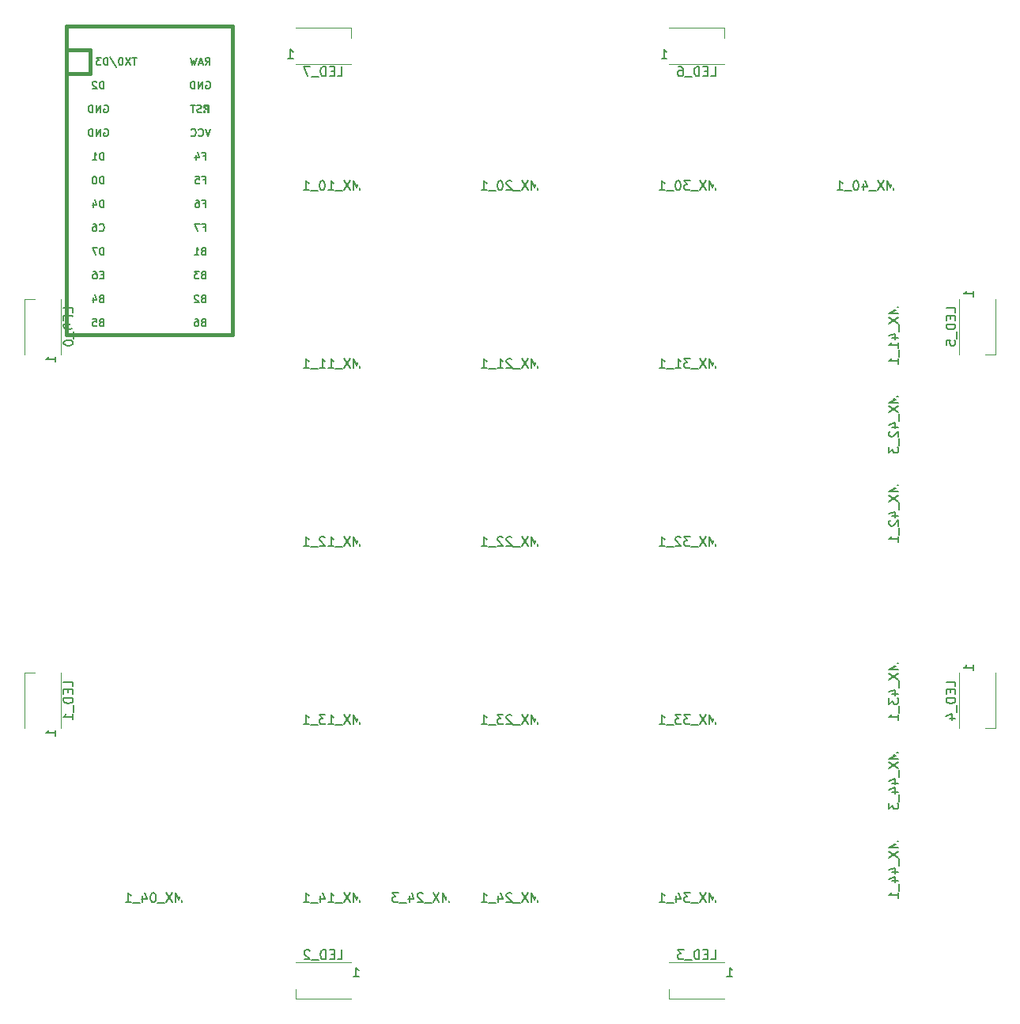
<source format=gbo>
G04 #@! TF.GenerationSoftware,KiCad,Pcbnew,5.99.0+really5.1.10+dfsg1-1*
G04 #@! TF.CreationDate,2021-06-09T13:14:23-04:00*
G04 #@! TF.ProjectId,fake_duck,66616b65-5f64-4756-936b-2e6b69636164,rev?*
G04 #@! TF.SameCoordinates,Original*
G04 #@! TF.FileFunction,Legend,Bot*
G04 #@! TF.FilePolarity,Positive*
%FSLAX46Y46*%
G04 Gerber Fmt 4.6, Leading zero omitted, Abs format (unit mm)*
G04 Created by KiCad (PCBNEW 5.99.0+really5.1.10+dfsg1-1) date 2021-06-09 13:14:23*
%MOMM*%
%LPD*%
G01*
G04 APERTURE LIST*
%ADD10C,0.120000*%
%ADD11C,0.381000*%
%ADD12C,0.150000*%
%ADD13R,2.500000X2.550000*%
%ADD14C,1.750000*%
%ADD15C,3.000000*%
%ADD16C,3.987800*%
%ADD17R,2.550000X2.500000*%
%ADD18O,1.700000X1.700000*%
%ADD19C,2.250000*%
%ADD20C,3.048000*%
%ADD21R,1.600000X0.850000*%
%ADD22R,0.850000X1.600000*%
%ADD23R,2.000000X2.000000*%
%ADD24C,2.000000*%
%ADD25C,1.752600*%
%ADD26R,2.000000X3.200000*%
G04 APERTURE END LIST*
D10*
X32050000Y-6950000D02*
X37950000Y-6950000D01*
X32050000Y-3050000D02*
X37950000Y-3050000D01*
X37950000Y-3050000D02*
X37950000Y-4125000D01*
X72050000Y-6950000D02*
X77950000Y-6950000D01*
X72050000Y-3050000D02*
X77950000Y-3050000D01*
X77950000Y-3050000D02*
X77950000Y-4125000D01*
X103050000Y-32050000D02*
X103050000Y-37950000D01*
X106950000Y-32050000D02*
X106950000Y-37950000D01*
X106950000Y-37950000D02*
X105875000Y-37950000D01*
X103050000Y-72050000D02*
X103050000Y-77950000D01*
X106950000Y-72050000D02*
X106950000Y-77950000D01*
X106950000Y-77950000D02*
X105875000Y-77950000D01*
X77950000Y-103050000D02*
X72050000Y-103050000D01*
X77950000Y-106950000D02*
X72050000Y-106950000D01*
X72050000Y-106950000D02*
X72050000Y-105875000D01*
X37950000Y-103050000D02*
X32050000Y-103050000D01*
X37950000Y-106950000D02*
X32050000Y-106950000D01*
X32050000Y-106950000D02*
X32050000Y-105875000D01*
X6950000Y-77950000D02*
X6950000Y-72050000D01*
X3050000Y-77950000D02*
X3050000Y-72050000D01*
X3050000Y-72050000D02*
X4125000Y-72050000D01*
X6950000Y-37950000D02*
X6950000Y-32050000D01*
X3050000Y-37950000D02*
X3050000Y-32050000D01*
X3050000Y-32050000D02*
X4125000Y-32050000D01*
D11*
X10033000Y-5397500D02*
X7493000Y-5397500D01*
X25273000Y-2857500D02*
X7493000Y-2857500D01*
X7493000Y-2857500D02*
X7493000Y-35877500D01*
X7493000Y-35877500D02*
X25273000Y-35877500D01*
X25273000Y-35877500D02*
X25273000Y-2857500D01*
D12*
G36*
X22227635Y-11286530D02*
G01*
X22227635Y-11386530D01*
X22727635Y-11386530D01*
X22727635Y-11286530D01*
X22227635Y-11286530D01*
G37*
X22227635Y-11286530D02*
X22227635Y-11386530D01*
X22727635Y-11386530D01*
X22727635Y-11286530D01*
X22227635Y-11286530D01*
G36*
X22227635Y-11286530D02*
G01*
X22227635Y-11586530D01*
X22327635Y-11586530D01*
X22327635Y-11286530D01*
X22227635Y-11286530D01*
G37*
X22227635Y-11286530D02*
X22227635Y-11586530D01*
X22327635Y-11586530D01*
X22327635Y-11286530D01*
X22227635Y-11286530D01*
G36*
X22227635Y-11886530D02*
G01*
X22227635Y-12086530D01*
X22327635Y-12086530D01*
X22327635Y-11886530D01*
X22227635Y-11886530D01*
G37*
X22227635Y-11886530D02*
X22227635Y-12086530D01*
X22327635Y-12086530D01*
X22327635Y-11886530D01*
X22227635Y-11886530D01*
G36*
X22627635Y-11286530D02*
G01*
X22627635Y-12086530D01*
X22727635Y-12086530D01*
X22727635Y-11286530D01*
X22627635Y-11286530D01*
G37*
X22627635Y-11286530D02*
X22627635Y-12086530D01*
X22727635Y-12086530D01*
X22727635Y-11286530D01*
X22627635Y-11286530D01*
G36*
X22427635Y-11686530D02*
G01*
X22427635Y-11786530D01*
X22527635Y-11786530D01*
X22527635Y-11686530D01*
X22427635Y-11686530D01*
G37*
X22427635Y-11686530D02*
X22427635Y-11786530D01*
X22527635Y-11786530D01*
X22527635Y-11686530D01*
X22427635Y-11686530D01*
D11*
X10033000Y-5397500D02*
X10033000Y-7937500D01*
X10033000Y-7937500D02*
X7493000Y-7937500D01*
D12*
X96591380Y-80566000D02*
X95591380Y-80566000D01*
X96305666Y-80899333D01*
X95591380Y-81232666D01*
X96591380Y-81232666D01*
X95591380Y-81613619D02*
X96591380Y-82280285D01*
X95591380Y-82280285D02*
X96591380Y-81613619D01*
X96686619Y-82423142D02*
X96686619Y-83185047D01*
X95924714Y-83851714D02*
X96591380Y-83851714D01*
X95543761Y-83613619D02*
X96258047Y-83375523D01*
X96258047Y-83994571D01*
X95924714Y-84804095D02*
X96591380Y-84804095D01*
X95543761Y-84566000D02*
X96258047Y-84327904D01*
X96258047Y-84946952D01*
X96686619Y-85089809D02*
X96686619Y-85851714D01*
X95591380Y-85994571D02*
X95591380Y-86613619D01*
X95972333Y-86280285D01*
X95972333Y-86423142D01*
X96019952Y-86518380D01*
X96067571Y-86566000D01*
X96162809Y-86613619D01*
X96400904Y-86613619D01*
X96496142Y-86566000D01*
X96543761Y-86518380D01*
X96591380Y-86423142D01*
X96591380Y-86137428D01*
X96543761Y-86042190D01*
X96496142Y-85994571D01*
X48466000Y-96591380D02*
X48466000Y-95591380D01*
X48132666Y-96305666D01*
X47799333Y-95591380D01*
X47799333Y-96591380D01*
X47418380Y-95591380D02*
X46751714Y-96591380D01*
X46751714Y-95591380D02*
X47418380Y-96591380D01*
X46608857Y-96686619D02*
X45846952Y-96686619D01*
X45656476Y-95686619D02*
X45608857Y-95639000D01*
X45513619Y-95591380D01*
X45275523Y-95591380D01*
X45180285Y-95639000D01*
X45132666Y-95686619D01*
X45085047Y-95781857D01*
X45085047Y-95877095D01*
X45132666Y-96019952D01*
X45704095Y-96591380D01*
X45085047Y-96591380D01*
X44227904Y-95924714D02*
X44227904Y-96591380D01*
X44466000Y-95543761D02*
X44704095Y-96258047D01*
X44085047Y-96258047D01*
X43942190Y-96686619D02*
X43180285Y-96686619D01*
X43037428Y-95591380D02*
X42418380Y-95591380D01*
X42751714Y-95972333D01*
X42608857Y-95972333D01*
X42513619Y-96019952D01*
X42466000Y-96067571D01*
X42418380Y-96162809D01*
X42418380Y-96400904D01*
X42466000Y-96496142D01*
X42513619Y-96543761D01*
X42608857Y-96591380D01*
X42894571Y-96591380D01*
X42989809Y-96543761D01*
X43037428Y-96496142D01*
X96591380Y-42466000D02*
X95591380Y-42466000D01*
X96305666Y-42799333D01*
X95591380Y-43132666D01*
X96591380Y-43132666D01*
X95591380Y-43513619D02*
X96591380Y-44180285D01*
X95591380Y-44180285D02*
X96591380Y-43513619D01*
X96686619Y-44323142D02*
X96686619Y-45085047D01*
X95924714Y-45751714D02*
X96591380Y-45751714D01*
X95543761Y-45513619D02*
X96258047Y-45275523D01*
X96258047Y-45894571D01*
X95686619Y-46227904D02*
X95639000Y-46275523D01*
X95591380Y-46370761D01*
X95591380Y-46608857D01*
X95639000Y-46704095D01*
X95686619Y-46751714D01*
X95781857Y-46799333D01*
X95877095Y-46799333D01*
X96019952Y-46751714D01*
X96591380Y-46180285D01*
X96591380Y-46799333D01*
X96686619Y-46989809D02*
X96686619Y-47751714D01*
X95591380Y-47894571D02*
X95591380Y-48513619D01*
X95972333Y-48180285D01*
X95972333Y-48323142D01*
X96019952Y-48418380D01*
X96067571Y-48466000D01*
X96162809Y-48513619D01*
X96400904Y-48513619D01*
X96496142Y-48466000D01*
X96543761Y-48418380D01*
X96591380Y-48323142D01*
X96591380Y-48037428D01*
X96543761Y-47942190D01*
X96496142Y-47894571D01*
X96091000Y-20391380D02*
X96091000Y-19391380D01*
X95757666Y-20105666D01*
X95424333Y-19391380D01*
X95424333Y-20391380D01*
X95043380Y-19391380D02*
X94376714Y-20391380D01*
X94376714Y-19391380D02*
X95043380Y-20391380D01*
X94233857Y-20486619D02*
X93471952Y-20486619D01*
X92805285Y-19724714D02*
X92805285Y-20391380D01*
X93043380Y-19343761D02*
X93281476Y-20058047D01*
X92662428Y-20058047D01*
X92091000Y-19391380D02*
X91995761Y-19391380D01*
X91900523Y-19439000D01*
X91852904Y-19486619D01*
X91805285Y-19581857D01*
X91757666Y-19772333D01*
X91757666Y-20010428D01*
X91805285Y-20200904D01*
X91852904Y-20296142D01*
X91900523Y-20343761D01*
X91995761Y-20391380D01*
X92091000Y-20391380D01*
X92186238Y-20343761D01*
X92233857Y-20296142D01*
X92281476Y-20200904D01*
X92329095Y-20010428D01*
X92329095Y-19772333D01*
X92281476Y-19581857D01*
X92233857Y-19486619D01*
X92186238Y-19439000D01*
X92091000Y-19391380D01*
X91567190Y-20486619D02*
X90805285Y-20486619D01*
X90043380Y-20391380D02*
X90614809Y-20391380D01*
X90329095Y-20391380D02*
X90329095Y-19391380D01*
X90424333Y-19534238D01*
X90519571Y-19629476D01*
X90614809Y-19677095D01*
X77041000Y-20391380D02*
X77041000Y-19391380D01*
X76707666Y-20105666D01*
X76374333Y-19391380D01*
X76374333Y-20391380D01*
X75993380Y-19391380D02*
X75326714Y-20391380D01*
X75326714Y-19391380D02*
X75993380Y-20391380D01*
X75183857Y-20486619D02*
X74421952Y-20486619D01*
X74279095Y-19391380D02*
X73660047Y-19391380D01*
X73993380Y-19772333D01*
X73850523Y-19772333D01*
X73755285Y-19819952D01*
X73707666Y-19867571D01*
X73660047Y-19962809D01*
X73660047Y-20200904D01*
X73707666Y-20296142D01*
X73755285Y-20343761D01*
X73850523Y-20391380D01*
X74136238Y-20391380D01*
X74231476Y-20343761D01*
X74279095Y-20296142D01*
X73041000Y-19391380D02*
X72945761Y-19391380D01*
X72850523Y-19439000D01*
X72802904Y-19486619D01*
X72755285Y-19581857D01*
X72707666Y-19772333D01*
X72707666Y-20010428D01*
X72755285Y-20200904D01*
X72802904Y-20296142D01*
X72850523Y-20343761D01*
X72945761Y-20391380D01*
X73041000Y-20391380D01*
X73136238Y-20343761D01*
X73183857Y-20296142D01*
X73231476Y-20200904D01*
X73279095Y-20010428D01*
X73279095Y-19772333D01*
X73231476Y-19581857D01*
X73183857Y-19486619D01*
X73136238Y-19439000D01*
X73041000Y-19391380D01*
X72517190Y-20486619D02*
X71755285Y-20486619D01*
X70993380Y-20391380D02*
X71564809Y-20391380D01*
X71279095Y-20391380D02*
X71279095Y-19391380D01*
X71374333Y-19534238D01*
X71469571Y-19629476D01*
X71564809Y-19677095D01*
X57991000Y-20391380D02*
X57991000Y-19391380D01*
X57657666Y-20105666D01*
X57324333Y-19391380D01*
X57324333Y-20391380D01*
X56943380Y-19391380D02*
X56276714Y-20391380D01*
X56276714Y-19391380D02*
X56943380Y-20391380D01*
X56133857Y-20486619D02*
X55371952Y-20486619D01*
X55181476Y-19486619D02*
X55133857Y-19439000D01*
X55038619Y-19391380D01*
X54800523Y-19391380D01*
X54705285Y-19439000D01*
X54657666Y-19486619D01*
X54610047Y-19581857D01*
X54610047Y-19677095D01*
X54657666Y-19819952D01*
X55229095Y-20391380D01*
X54610047Y-20391380D01*
X53991000Y-19391380D02*
X53895761Y-19391380D01*
X53800523Y-19439000D01*
X53752904Y-19486619D01*
X53705285Y-19581857D01*
X53657666Y-19772333D01*
X53657666Y-20010428D01*
X53705285Y-20200904D01*
X53752904Y-20296142D01*
X53800523Y-20343761D01*
X53895761Y-20391380D01*
X53991000Y-20391380D01*
X54086238Y-20343761D01*
X54133857Y-20296142D01*
X54181476Y-20200904D01*
X54229095Y-20010428D01*
X54229095Y-19772333D01*
X54181476Y-19581857D01*
X54133857Y-19486619D01*
X54086238Y-19439000D01*
X53991000Y-19391380D01*
X53467190Y-20486619D02*
X52705285Y-20486619D01*
X51943380Y-20391380D02*
X52514809Y-20391380D01*
X52229095Y-20391380D02*
X52229095Y-19391380D01*
X52324333Y-19534238D01*
X52419571Y-19629476D01*
X52514809Y-19677095D01*
X38941000Y-20391380D02*
X38941000Y-19391380D01*
X38607666Y-20105666D01*
X38274333Y-19391380D01*
X38274333Y-20391380D01*
X37893380Y-19391380D02*
X37226714Y-20391380D01*
X37226714Y-19391380D02*
X37893380Y-20391380D01*
X37083857Y-20486619D02*
X36321952Y-20486619D01*
X35560047Y-20391380D02*
X36131476Y-20391380D01*
X35845761Y-20391380D02*
X35845761Y-19391380D01*
X35941000Y-19534238D01*
X36036238Y-19629476D01*
X36131476Y-19677095D01*
X34941000Y-19391380D02*
X34845761Y-19391380D01*
X34750523Y-19439000D01*
X34702904Y-19486619D01*
X34655285Y-19581857D01*
X34607666Y-19772333D01*
X34607666Y-20010428D01*
X34655285Y-20200904D01*
X34702904Y-20296142D01*
X34750523Y-20343761D01*
X34845761Y-20391380D01*
X34941000Y-20391380D01*
X35036238Y-20343761D01*
X35083857Y-20296142D01*
X35131476Y-20200904D01*
X35179095Y-20010428D01*
X35179095Y-19772333D01*
X35131476Y-19581857D01*
X35083857Y-19486619D01*
X35036238Y-19439000D01*
X34941000Y-19391380D01*
X34417190Y-20486619D02*
X33655285Y-20486619D01*
X32893380Y-20391380D02*
X33464809Y-20391380D01*
X33179095Y-20391380D02*
X33179095Y-19391380D01*
X33274333Y-19534238D01*
X33369571Y-19629476D01*
X33464809Y-19677095D01*
X19891000Y-96591380D02*
X19891000Y-95591380D01*
X19557666Y-96305666D01*
X19224333Y-95591380D01*
X19224333Y-96591380D01*
X18843380Y-95591380D02*
X18176714Y-96591380D01*
X18176714Y-95591380D02*
X18843380Y-96591380D01*
X18033857Y-96686619D02*
X17271952Y-96686619D01*
X16843380Y-95591380D02*
X16748142Y-95591380D01*
X16652904Y-95639000D01*
X16605285Y-95686619D01*
X16557666Y-95781857D01*
X16510047Y-95972333D01*
X16510047Y-96210428D01*
X16557666Y-96400904D01*
X16605285Y-96496142D01*
X16652904Y-96543761D01*
X16748142Y-96591380D01*
X16843380Y-96591380D01*
X16938619Y-96543761D01*
X16986238Y-96496142D01*
X17033857Y-96400904D01*
X17081476Y-96210428D01*
X17081476Y-95972333D01*
X17033857Y-95781857D01*
X16986238Y-95686619D01*
X16938619Y-95639000D01*
X16843380Y-95591380D01*
X15652904Y-95924714D02*
X15652904Y-96591380D01*
X15891000Y-95543761D02*
X16129095Y-96258047D01*
X15510047Y-96258047D01*
X15367190Y-96686619D02*
X14605285Y-96686619D01*
X13843380Y-96591380D02*
X14414809Y-96591380D01*
X14129095Y-96591380D02*
X14129095Y-95591380D01*
X14224333Y-95734238D01*
X14319571Y-95829476D01*
X14414809Y-95877095D01*
X36500000Y-8202380D02*
X36976190Y-8202380D01*
X36976190Y-7202380D01*
X36166666Y-7678571D02*
X35833333Y-7678571D01*
X35690476Y-8202380D02*
X36166666Y-8202380D01*
X36166666Y-7202380D01*
X35690476Y-7202380D01*
X35261904Y-8202380D02*
X35261904Y-7202380D01*
X35023809Y-7202380D01*
X34880952Y-7250000D01*
X34785714Y-7345238D01*
X34738095Y-7440476D01*
X34690476Y-7630952D01*
X34690476Y-7773809D01*
X34738095Y-7964285D01*
X34785714Y-8059523D01*
X34880952Y-8154761D01*
X35023809Y-8202380D01*
X35261904Y-8202380D01*
X34500000Y-8297619D02*
X33738095Y-8297619D01*
X33595238Y-7202380D02*
X32928571Y-7202380D01*
X33357142Y-8202380D01*
X31214285Y-6327380D02*
X31785714Y-6327380D01*
X31500000Y-6327380D02*
X31500000Y-5327380D01*
X31595238Y-5470238D01*
X31690476Y-5565476D01*
X31785714Y-5613095D01*
X76500000Y-8202380D02*
X76976190Y-8202380D01*
X76976190Y-7202380D01*
X76166666Y-7678571D02*
X75833333Y-7678571D01*
X75690476Y-8202380D02*
X76166666Y-8202380D01*
X76166666Y-7202380D01*
X75690476Y-7202380D01*
X75261904Y-8202380D02*
X75261904Y-7202380D01*
X75023809Y-7202380D01*
X74880952Y-7250000D01*
X74785714Y-7345238D01*
X74738095Y-7440476D01*
X74690476Y-7630952D01*
X74690476Y-7773809D01*
X74738095Y-7964285D01*
X74785714Y-8059523D01*
X74880952Y-8154761D01*
X75023809Y-8202380D01*
X75261904Y-8202380D01*
X74500000Y-8297619D02*
X73738095Y-8297619D01*
X73071428Y-7202380D02*
X73261904Y-7202380D01*
X73357142Y-7250000D01*
X73404761Y-7297619D01*
X73500000Y-7440476D01*
X73547619Y-7630952D01*
X73547619Y-8011904D01*
X73500000Y-8107142D01*
X73452380Y-8154761D01*
X73357142Y-8202380D01*
X73166666Y-8202380D01*
X73071428Y-8154761D01*
X73023809Y-8107142D01*
X72976190Y-8011904D01*
X72976190Y-7773809D01*
X73023809Y-7678571D01*
X73071428Y-7630952D01*
X73166666Y-7583333D01*
X73357142Y-7583333D01*
X73452380Y-7630952D01*
X73500000Y-7678571D01*
X73547619Y-7773809D01*
X71214285Y-6327380D02*
X71785714Y-6327380D01*
X71500000Y-6327380D02*
X71500000Y-5327380D01*
X71595238Y-5470238D01*
X71690476Y-5565476D01*
X71785714Y-5613095D01*
X102702380Y-33500000D02*
X102702380Y-33023809D01*
X101702380Y-33023809D01*
X102178571Y-33833333D02*
X102178571Y-34166666D01*
X102702380Y-34309523D02*
X102702380Y-33833333D01*
X101702380Y-33833333D01*
X101702380Y-34309523D01*
X102702380Y-34738095D02*
X101702380Y-34738095D01*
X101702380Y-34976190D01*
X101750000Y-35119047D01*
X101845238Y-35214285D01*
X101940476Y-35261904D01*
X102130952Y-35309523D01*
X102273809Y-35309523D01*
X102464285Y-35261904D01*
X102559523Y-35214285D01*
X102654761Y-35119047D01*
X102702380Y-34976190D01*
X102702380Y-34738095D01*
X102797619Y-35500000D02*
X102797619Y-36261904D01*
X101702380Y-36976190D02*
X101702380Y-36500000D01*
X102178571Y-36452380D01*
X102130952Y-36500000D01*
X102083333Y-36595238D01*
X102083333Y-36833333D01*
X102130952Y-36928571D01*
X102178571Y-36976190D01*
X102273809Y-37023809D01*
X102511904Y-37023809D01*
X102607142Y-36976190D01*
X102654761Y-36928571D01*
X102702380Y-36833333D01*
X102702380Y-36595238D01*
X102654761Y-36500000D01*
X102607142Y-36452380D01*
X104577380Y-31785714D02*
X104577380Y-31214285D01*
X104577380Y-31500000D02*
X103577380Y-31500000D01*
X103720238Y-31404761D01*
X103815476Y-31309523D01*
X103863095Y-31214285D01*
X102702380Y-73500000D02*
X102702380Y-73023809D01*
X101702380Y-73023809D01*
X102178571Y-73833333D02*
X102178571Y-74166666D01*
X102702380Y-74309523D02*
X102702380Y-73833333D01*
X101702380Y-73833333D01*
X101702380Y-74309523D01*
X102702380Y-74738095D02*
X101702380Y-74738095D01*
X101702380Y-74976190D01*
X101750000Y-75119047D01*
X101845238Y-75214285D01*
X101940476Y-75261904D01*
X102130952Y-75309523D01*
X102273809Y-75309523D01*
X102464285Y-75261904D01*
X102559523Y-75214285D01*
X102654761Y-75119047D01*
X102702380Y-74976190D01*
X102702380Y-74738095D01*
X102797619Y-75500000D02*
X102797619Y-76261904D01*
X102035714Y-76928571D02*
X102702380Y-76928571D01*
X101654761Y-76690476D02*
X102369047Y-76452380D01*
X102369047Y-77071428D01*
X104577380Y-71785714D02*
X104577380Y-71214285D01*
X104577380Y-71500000D02*
X103577380Y-71500000D01*
X103720238Y-71404761D01*
X103815476Y-71309523D01*
X103863095Y-71214285D01*
X76500000Y-102702380D02*
X76976190Y-102702380D01*
X76976190Y-101702380D01*
X76166666Y-102178571D02*
X75833333Y-102178571D01*
X75690476Y-102702380D02*
X76166666Y-102702380D01*
X76166666Y-101702380D01*
X75690476Y-101702380D01*
X75261904Y-102702380D02*
X75261904Y-101702380D01*
X75023809Y-101702380D01*
X74880952Y-101750000D01*
X74785714Y-101845238D01*
X74738095Y-101940476D01*
X74690476Y-102130952D01*
X74690476Y-102273809D01*
X74738095Y-102464285D01*
X74785714Y-102559523D01*
X74880952Y-102654761D01*
X75023809Y-102702380D01*
X75261904Y-102702380D01*
X74500000Y-102797619D02*
X73738095Y-102797619D01*
X73595238Y-101702380D02*
X72976190Y-101702380D01*
X73309523Y-102083333D01*
X73166666Y-102083333D01*
X73071428Y-102130952D01*
X73023809Y-102178571D01*
X72976190Y-102273809D01*
X72976190Y-102511904D01*
X73023809Y-102607142D01*
X73071428Y-102654761D01*
X73166666Y-102702380D01*
X73452380Y-102702380D01*
X73547619Y-102654761D01*
X73595238Y-102607142D01*
X78214285Y-104577380D02*
X78785714Y-104577380D01*
X78500000Y-104577380D02*
X78500000Y-103577380D01*
X78595238Y-103720238D01*
X78690476Y-103815476D01*
X78785714Y-103863095D01*
X36500000Y-102702380D02*
X36976190Y-102702380D01*
X36976190Y-101702380D01*
X36166666Y-102178571D02*
X35833333Y-102178571D01*
X35690476Y-102702380D02*
X36166666Y-102702380D01*
X36166666Y-101702380D01*
X35690476Y-101702380D01*
X35261904Y-102702380D02*
X35261904Y-101702380D01*
X35023809Y-101702380D01*
X34880952Y-101750000D01*
X34785714Y-101845238D01*
X34738095Y-101940476D01*
X34690476Y-102130952D01*
X34690476Y-102273809D01*
X34738095Y-102464285D01*
X34785714Y-102559523D01*
X34880952Y-102654761D01*
X35023809Y-102702380D01*
X35261904Y-102702380D01*
X34500000Y-102797619D02*
X33738095Y-102797619D01*
X33547619Y-101797619D02*
X33500000Y-101750000D01*
X33404761Y-101702380D01*
X33166666Y-101702380D01*
X33071428Y-101750000D01*
X33023809Y-101797619D01*
X32976190Y-101892857D01*
X32976190Y-101988095D01*
X33023809Y-102130952D01*
X33595238Y-102702380D01*
X32976190Y-102702380D01*
X38214285Y-104577380D02*
X38785714Y-104577380D01*
X38500000Y-104577380D02*
X38500000Y-103577380D01*
X38595238Y-103720238D01*
X38690476Y-103815476D01*
X38785714Y-103863095D01*
X8202380Y-73500000D02*
X8202380Y-73023809D01*
X7202380Y-73023809D01*
X7678571Y-73833333D02*
X7678571Y-74166666D01*
X8202380Y-74309523D02*
X8202380Y-73833333D01*
X7202380Y-73833333D01*
X7202380Y-74309523D01*
X8202380Y-74738095D02*
X7202380Y-74738095D01*
X7202380Y-74976190D01*
X7250000Y-75119047D01*
X7345238Y-75214285D01*
X7440476Y-75261904D01*
X7630952Y-75309523D01*
X7773809Y-75309523D01*
X7964285Y-75261904D01*
X8059523Y-75214285D01*
X8154761Y-75119047D01*
X8202380Y-74976190D01*
X8202380Y-74738095D01*
X8297619Y-75500000D02*
X8297619Y-76261904D01*
X8202380Y-77023809D02*
X8202380Y-76452380D01*
X8202380Y-76738095D02*
X7202380Y-76738095D01*
X7345238Y-76642857D01*
X7440476Y-76547619D01*
X7488095Y-76452380D01*
X6327380Y-78785714D02*
X6327380Y-78214285D01*
X6327380Y-78500000D02*
X5327380Y-78500000D01*
X5470238Y-78404761D01*
X5565476Y-78309523D01*
X5613095Y-78214285D01*
X8202380Y-33500000D02*
X8202380Y-33023809D01*
X7202380Y-33023809D01*
X7678571Y-33833333D02*
X7678571Y-34166666D01*
X8202380Y-34309523D02*
X8202380Y-33833333D01*
X7202380Y-33833333D01*
X7202380Y-34309523D01*
X8202380Y-34738095D02*
X7202380Y-34738095D01*
X7202380Y-34976190D01*
X7250000Y-35119047D01*
X7345238Y-35214285D01*
X7440476Y-35261904D01*
X7630952Y-35309523D01*
X7773809Y-35309523D01*
X7964285Y-35261904D01*
X8059523Y-35214285D01*
X8154761Y-35119047D01*
X8202380Y-34976190D01*
X8202380Y-34738095D01*
X8297619Y-35500000D02*
X8297619Y-36261904D01*
X7202380Y-36690476D02*
X7202380Y-36785714D01*
X7250000Y-36880952D01*
X7297619Y-36928571D01*
X7392857Y-36976190D01*
X7583333Y-37023809D01*
X7821428Y-37023809D01*
X8011904Y-36976190D01*
X8107142Y-36928571D01*
X8154761Y-36880952D01*
X8202380Y-36785714D01*
X8202380Y-36690476D01*
X8154761Y-36595238D01*
X8107142Y-36547619D01*
X8011904Y-36500000D01*
X7821428Y-36452380D01*
X7583333Y-36452380D01*
X7392857Y-36500000D01*
X7297619Y-36547619D01*
X7250000Y-36595238D01*
X7202380Y-36690476D01*
X6327380Y-38785714D02*
X6327380Y-38214285D01*
X6327380Y-38500000D02*
X5327380Y-38500000D01*
X5470238Y-38404761D01*
X5565476Y-38309523D01*
X5613095Y-38214285D01*
X96591380Y-90091000D02*
X95591380Y-90091000D01*
X96305666Y-90424333D01*
X95591380Y-90757666D01*
X96591380Y-90757666D01*
X95591380Y-91138619D02*
X96591380Y-91805285D01*
X95591380Y-91805285D02*
X96591380Y-91138619D01*
X96686619Y-91948142D02*
X96686619Y-92710047D01*
X95924714Y-93376714D02*
X96591380Y-93376714D01*
X95543761Y-93138619D02*
X96258047Y-92900523D01*
X96258047Y-93519571D01*
X95924714Y-94329095D02*
X96591380Y-94329095D01*
X95543761Y-94091000D02*
X96258047Y-93852904D01*
X96258047Y-94471952D01*
X96686619Y-94614809D02*
X96686619Y-95376714D01*
X96591380Y-96138619D02*
X96591380Y-95567190D01*
X96591380Y-95852904D02*
X95591380Y-95852904D01*
X95734238Y-95757666D01*
X95829476Y-95662428D01*
X95877095Y-95567190D01*
X96591380Y-71041000D02*
X95591380Y-71041000D01*
X96305666Y-71374333D01*
X95591380Y-71707666D01*
X96591380Y-71707666D01*
X95591380Y-72088619D02*
X96591380Y-72755285D01*
X95591380Y-72755285D02*
X96591380Y-72088619D01*
X96686619Y-72898142D02*
X96686619Y-73660047D01*
X95924714Y-74326714D02*
X96591380Y-74326714D01*
X95543761Y-74088619D02*
X96258047Y-73850523D01*
X96258047Y-74469571D01*
X95591380Y-74755285D02*
X95591380Y-75374333D01*
X95972333Y-75041000D01*
X95972333Y-75183857D01*
X96019952Y-75279095D01*
X96067571Y-75326714D01*
X96162809Y-75374333D01*
X96400904Y-75374333D01*
X96496142Y-75326714D01*
X96543761Y-75279095D01*
X96591380Y-75183857D01*
X96591380Y-74898142D01*
X96543761Y-74802904D01*
X96496142Y-74755285D01*
X96686619Y-75564809D02*
X96686619Y-76326714D01*
X96591380Y-77088619D02*
X96591380Y-76517190D01*
X96591380Y-76802904D02*
X95591380Y-76802904D01*
X95734238Y-76707666D01*
X95829476Y-76612428D01*
X95877095Y-76517190D01*
X96591380Y-51991000D02*
X95591380Y-51991000D01*
X96305666Y-52324333D01*
X95591380Y-52657666D01*
X96591380Y-52657666D01*
X95591380Y-53038619D02*
X96591380Y-53705285D01*
X95591380Y-53705285D02*
X96591380Y-53038619D01*
X96686619Y-53848142D02*
X96686619Y-54610047D01*
X95924714Y-55276714D02*
X96591380Y-55276714D01*
X95543761Y-55038619D02*
X96258047Y-54800523D01*
X96258047Y-55419571D01*
X95686619Y-55752904D02*
X95639000Y-55800523D01*
X95591380Y-55895761D01*
X95591380Y-56133857D01*
X95639000Y-56229095D01*
X95686619Y-56276714D01*
X95781857Y-56324333D01*
X95877095Y-56324333D01*
X96019952Y-56276714D01*
X96591380Y-55705285D01*
X96591380Y-56324333D01*
X96686619Y-56514809D02*
X96686619Y-57276714D01*
X96591380Y-58038619D02*
X96591380Y-57467190D01*
X96591380Y-57752904D02*
X95591380Y-57752904D01*
X95734238Y-57657666D01*
X95829476Y-57562428D01*
X95877095Y-57467190D01*
X96591380Y-32941000D02*
X95591380Y-32941000D01*
X96305666Y-33274333D01*
X95591380Y-33607666D01*
X96591380Y-33607666D01*
X95591380Y-33988619D02*
X96591380Y-34655285D01*
X95591380Y-34655285D02*
X96591380Y-33988619D01*
X96686619Y-34798142D02*
X96686619Y-35560047D01*
X95924714Y-36226714D02*
X96591380Y-36226714D01*
X95543761Y-35988619D02*
X96258047Y-35750523D01*
X96258047Y-36369571D01*
X96591380Y-37274333D02*
X96591380Y-36702904D01*
X96591380Y-36988619D02*
X95591380Y-36988619D01*
X95734238Y-36893380D01*
X95829476Y-36798142D01*
X95877095Y-36702904D01*
X96686619Y-37464809D02*
X96686619Y-38226714D01*
X96591380Y-38988619D02*
X96591380Y-38417190D01*
X96591380Y-38702904D02*
X95591380Y-38702904D01*
X95734238Y-38607666D01*
X95829476Y-38512428D01*
X95877095Y-38417190D01*
X77041000Y-96591380D02*
X77041000Y-95591380D01*
X76707666Y-96305666D01*
X76374333Y-95591380D01*
X76374333Y-96591380D01*
X75993380Y-95591380D02*
X75326714Y-96591380D01*
X75326714Y-95591380D02*
X75993380Y-96591380D01*
X75183857Y-96686619D02*
X74421952Y-96686619D01*
X74279095Y-95591380D02*
X73660047Y-95591380D01*
X73993380Y-95972333D01*
X73850523Y-95972333D01*
X73755285Y-96019952D01*
X73707666Y-96067571D01*
X73660047Y-96162809D01*
X73660047Y-96400904D01*
X73707666Y-96496142D01*
X73755285Y-96543761D01*
X73850523Y-96591380D01*
X74136238Y-96591380D01*
X74231476Y-96543761D01*
X74279095Y-96496142D01*
X72802904Y-95924714D02*
X72802904Y-96591380D01*
X73041000Y-95543761D02*
X73279095Y-96258047D01*
X72660047Y-96258047D01*
X72517190Y-96686619D02*
X71755285Y-96686619D01*
X70993380Y-96591380D02*
X71564809Y-96591380D01*
X71279095Y-96591380D02*
X71279095Y-95591380D01*
X71374333Y-95734238D01*
X71469571Y-95829476D01*
X71564809Y-95877095D01*
X77041000Y-77541380D02*
X77041000Y-76541380D01*
X76707666Y-77255666D01*
X76374333Y-76541380D01*
X76374333Y-77541380D01*
X75993380Y-76541380D02*
X75326714Y-77541380D01*
X75326714Y-76541380D02*
X75993380Y-77541380D01*
X75183857Y-77636619D02*
X74421952Y-77636619D01*
X74279095Y-76541380D02*
X73660047Y-76541380D01*
X73993380Y-76922333D01*
X73850523Y-76922333D01*
X73755285Y-76969952D01*
X73707666Y-77017571D01*
X73660047Y-77112809D01*
X73660047Y-77350904D01*
X73707666Y-77446142D01*
X73755285Y-77493761D01*
X73850523Y-77541380D01*
X74136238Y-77541380D01*
X74231476Y-77493761D01*
X74279095Y-77446142D01*
X73326714Y-76541380D02*
X72707666Y-76541380D01*
X73041000Y-76922333D01*
X72898142Y-76922333D01*
X72802904Y-76969952D01*
X72755285Y-77017571D01*
X72707666Y-77112809D01*
X72707666Y-77350904D01*
X72755285Y-77446142D01*
X72802904Y-77493761D01*
X72898142Y-77541380D01*
X73183857Y-77541380D01*
X73279095Y-77493761D01*
X73326714Y-77446142D01*
X72517190Y-77636619D02*
X71755285Y-77636619D01*
X70993380Y-77541380D02*
X71564809Y-77541380D01*
X71279095Y-77541380D02*
X71279095Y-76541380D01*
X71374333Y-76684238D01*
X71469571Y-76779476D01*
X71564809Y-76827095D01*
X77041000Y-58491380D02*
X77041000Y-57491380D01*
X76707666Y-58205666D01*
X76374333Y-57491380D01*
X76374333Y-58491380D01*
X75993380Y-57491380D02*
X75326714Y-58491380D01*
X75326714Y-57491380D02*
X75993380Y-58491380D01*
X75183857Y-58586619D02*
X74421952Y-58586619D01*
X74279095Y-57491380D02*
X73660047Y-57491380D01*
X73993380Y-57872333D01*
X73850523Y-57872333D01*
X73755285Y-57919952D01*
X73707666Y-57967571D01*
X73660047Y-58062809D01*
X73660047Y-58300904D01*
X73707666Y-58396142D01*
X73755285Y-58443761D01*
X73850523Y-58491380D01*
X74136238Y-58491380D01*
X74231476Y-58443761D01*
X74279095Y-58396142D01*
X73279095Y-57586619D02*
X73231476Y-57539000D01*
X73136238Y-57491380D01*
X72898142Y-57491380D01*
X72802904Y-57539000D01*
X72755285Y-57586619D01*
X72707666Y-57681857D01*
X72707666Y-57777095D01*
X72755285Y-57919952D01*
X73326714Y-58491380D01*
X72707666Y-58491380D01*
X72517190Y-58586619D02*
X71755285Y-58586619D01*
X70993380Y-58491380D02*
X71564809Y-58491380D01*
X71279095Y-58491380D02*
X71279095Y-57491380D01*
X71374333Y-57634238D01*
X71469571Y-57729476D01*
X71564809Y-57777095D01*
X77041000Y-39441380D02*
X77041000Y-38441380D01*
X76707666Y-39155666D01*
X76374333Y-38441380D01*
X76374333Y-39441380D01*
X75993380Y-38441380D02*
X75326714Y-39441380D01*
X75326714Y-38441380D02*
X75993380Y-39441380D01*
X75183857Y-39536619D02*
X74421952Y-39536619D01*
X74279095Y-38441380D02*
X73660047Y-38441380D01*
X73993380Y-38822333D01*
X73850523Y-38822333D01*
X73755285Y-38869952D01*
X73707666Y-38917571D01*
X73660047Y-39012809D01*
X73660047Y-39250904D01*
X73707666Y-39346142D01*
X73755285Y-39393761D01*
X73850523Y-39441380D01*
X74136238Y-39441380D01*
X74231476Y-39393761D01*
X74279095Y-39346142D01*
X72707666Y-39441380D02*
X73279095Y-39441380D01*
X72993380Y-39441380D02*
X72993380Y-38441380D01*
X73088619Y-38584238D01*
X73183857Y-38679476D01*
X73279095Y-38727095D01*
X72517190Y-39536619D02*
X71755285Y-39536619D01*
X70993380Y-39441380D02*
X71564809Y-39441380D01*
X71279095Y-39441380D02*
X71279095Y-38441380D01*
X71374333Y-38584238D01*
X71469571Y-38679476D01*
X71564809Y-38727095D01*
X57991000Y-96591380D02*
X57991000Y-95591380D01*
X57657666Y-96305666D01*
X57324333Y-95591380D01*
X57324333Y-96591380D01*
X56943380Y-95591380D02*
X56276714Y-96591380D01*
X56276714Y-95591380D02*
X56943380Y-96591380D01*
X56133857Y-96686619D02*
X55371952Y-96686619D01*
X55181476Y-95686619D02*
X55133857Y-95639000D01*
X55038619Y-95591380D01*
X54800523Y-95591380D01*
X54705285Y-95639000D01*
X54657666Y-95686619D01*
X54610047Y-95781857D01*
X54610047Y-95877095D01*
X54657666Y-96019952D01*
X55229095Y-96591380D01*
X54610047Y-96591380D01*
X53752904Y-95924714D02*
X53752904Y-96591380D01*
X53991000Y-95543761D02*
X54229095Y-96258047D01*
X53610047Y-96258047D01*
X53467190Y-96686619D02*
X52705285Y-96686619D01*
X51943380Y-96591380D02*
X52514809Y-96591380D01*
X52229095Y-96591380D02*
X52229095Y-95591380D01*
X52324333Y-95734238D01*
X52419571Y-95829476D01*
X52514809Y-95877095D01*
X57991000Y-77541380D02*
X57991000Y-76541380D01*
X57657666Y-77255666D01*
X57324333Y-76541380D01*
X57324333Y-77541380D01*
X56943380Y-76541380D02*
X56276714Y-77541380D01*
X56276714Y-76541380D02*
X56943380Y-77541380D01*
X56133857Y-77636619D02*
X55371952Y-77636619D01*
X55181476Y-76636619D02*
X55133857Y-76589000D01*
X55038619Y-76541380D01*
X54800523Y-76541380D01*
X54705285Y-76589000D01*
X54657666Y-76636619D01*
X54610047Y-76731857D01*
X54610047Y-76827095D01*
X54657666Y-76969952D01*
X55229095Y-77541380D01*
X54610047Y-77541380D01*
X54276714Y-76541380D02*
X53657666Y-76541380D01*
X53991000Y-76922333D01*
X53848142Y-76922333D01*
X53752904Y-76969952D01*
X53705285Y-77017571D01*
X53657666Y-77112809D01*
X53657666Y-77350904D01*
X53705285Y-77446142D01*
X53752904Y-77493761D01*
X53848142Y-77541380D01*
X54133857Y-77541380D01*
X54229095Y-77493761D01*
X54276714Y-77446142D01*
X53467190Y-77636619D02*
X52705285Y-77636619D01*
X51943380Y-77541380D02*
X52514809Y-77541380D01*
X52229095Y-77541380D02*
X52229095Y-76541380D01*
X52324333Y-76684238D01*
X52419571Y-76779476D01*
X52514809Y-76827095D01*
X57991000Y-58491380D02*
X57991000Y-57491380D01*
X57657666Y-58205666D01*
X57324333Y-57491380D01*
X57324333Y-58491380D01*
X56943380Y-57491380D02*
X56276714Y-58491380D01*
X56276714Y-57491380D02*
X56943380Y-58491380D01*
X56133857Y-58586619D02*
X55371952Y-58586619D01*
X55181476Y-57586619D02*
X55133857Y-57539000D01*
X55038619Y-57491380D01*
X54800523Y-57491380D01*
X54705285Y-57539000D01*
X54657666Y-57586619D01*
X54610047Y-57681857D01*
X54610047Y-57777095D01*
X54657666Y-57919952D01*
X55229095Y-58491380D01*
X54610047Y-58491380D01*
X54229095Y-57586619D02*
X54181476Y-57539000D01*
X54086238Y-57491380D01*
X53848142Y-57491380D01*
X53752904Y-57539000D01*
X53705285Y-57586619D01*
X53657666Y-57681857D01*
X53657666Y-57777095D01*
X53705285Y-57919952D01*
X54276714Y-58491380D01*
X53657666Y-58491380D01*
X53467190Y-58586619D02*
X52705285Y-58586619D01*
X51943380Y-58491380D02*
X52514809Y-58491380D01*
X52229095Y-58491380D02*
X52229095Y-57491380D01*
X52324333Y-57634238D01*
X52419571Y-57729476D01*
X52514809Y-57777095D01*
X57991000Y-39441380D02*
X57991000Y-38441380D01*
X57657666Y-39155666D01*
X57324333Y-38441380D01*
X57324333Y-39441380D01*
X56943380Y-38441380D02*
X56276714Y-39441380D01*
X56276714Y-38441380D02*
X56943380Y-39441380D01*
X56133857Y-39536619D02*
X55371952Y-39536619D01*
X55181476Y-38536619D02*
X55133857Y-38489000D01*
X55038619Y-38441380D01*
X54800523Y-38441380D01*
X54705285Y-38489000D01*
X54657666Y-38536619D01*
X54610047Y-38631857D01*
X54610047Y-38727095D01*
X54657666Y-38869952D01*
X55229095Y-39441380D01*
X54610047Y-39441380D01*
X53657666Y-39441380D02*
X54229095Y-39441380D01*
X53943380Y-39441380D02*
X53943380Y-38441380D01*
X54038619Y-38584238D01*
X54133857Y-38679476D01*
X54229095Y-38727095D01*
X53467190Y-39536619D02*
X52705285Y-39536619D01*
X51943380Y-39441380D02*
X52514809Y-39441380D01*
X52229095Y-39441380D02*
X52229095Y-38441380D01*
X52324333Y-38584238D01*
X52419571Y-38679476D01*
X52514809Y-38727095D01*
X38941000Y-96591380D02*
X38941000Y-95591380D01*
X38607666Y-96305666D01*
X38274333Y-95591380D01*
X38274333Y-96591380D01*
X37893380Y-95591380D02*
X37226714Y-96591380D01*
X37226714Y-95591380D02*
X37893380Y-96591380D01*
X37083857Y-96686619D02*
X36321952Y-96686619D01*
X35560047Y-96591380D02*
X36131476Y-96591380D01*
X35845761Y-96591380D02*
X35845761Y-95591380D01*
X35941000Y-95734238D01*
X36036238Y-95829476D01*
X36131476Y-95877095D01*
X34702904Y-95924714D02*
X34702904Y-96591380D01*
X34941000Y-95543761D02*
X35179095Y-96258047D01*
X34560047Y-96258047D01*
X34417190Y-96686619D02*
X33655285Y-96686619D01*
X32893380Y-96591380D02*
X33464809Y-96591380D01*
X33179095Y-96591380D02*
X33179095Y-95591380D01*
X33274333Y-95734238D01*
X33369571Y-95829476D01*
X33464809Y-95877095D01*
X38941000Y-77541380D02*
X38941000Y-76541380D01*
X38607666Y-77255666D01*
X38274333Y-76541380D01*
X38274333Y-77541380D01*
X37893380Y-76541380D02*
X37226714Y-77541380D01*
X37226714Y-76541380D02*
X37893380Y-77541380D01*
X37083857Y-77636619D02*
X36321952Y-77636619D01*
X35560047Y-77541380D02*
X36131476Y-77541380D01*
X35845761Y-77541380D02*
X35845761Y-76541380D01*
X35941000Y-76684238D01*
X36036238Y-76779476D01*
X36131476Y-76827095D01*
X35226714Y-76541380D02*
X34607666Y-76541380D01*
X34941000Y-76922333D01*
X34798142Y-76922333D01*
X34702904Y-76969952D01*
X34655285Y-77017571D01*
X34607666Y-77112809D01*
X34607666Y-77350904D01*
X34655285Y-77446142D01*
X34702904Y-77493761D01*
X34798142Y-77541380D01*
X35083857Y-77541380D01*
X35179095Y-77493761D01*
X35226714Y-77446142D01*
X34417190Y-77636619D02*
X33655285Y-77636619D01*
X32893380Y-77541380D02*
X33464809Y-77541380D01*
X33179095Y-77541380D02*
X33179095Y-76541380D01*
X33274333Y-76684238D01*
X33369571Y-76779476D01*
X33464809Y-76827095D01*
X38941000Y-58491380D02*
X38941000Y-57491380D01*
X38607666Y-58205666D01*
X38274333Y-57491380D01*
X38274333Y-58491380D01*
X37893380Y-57491380D02*
X37226714Y-58491380D01*
X37226714Y-57491380D02*
X37893380Y-58491380D01*
X37083857Y-58586619D02*
X36321952Y-58586619D01*
X35560047Y-58491380D02*
X36131476Y-58491380D01*
X35845761Y-58491380D02*
X35845761Y-57491380D01*
X35941000Y-57634238D01*
X36036238Y-57729476D01*
X36131476Y-57777095D01*
X35179095Y-57586619D02*
X35131476Y-57539000D01*
X35036238Y-57491380D01*
X34798142Y-57491380D01*
X34702904Y-57539000D01*
X34655285Y-57586619D01*
X34607666Y-57681857D01*
X34607666Y-57777095D01*
X34655285Y-57919952D01*
X35226714Y-58491380D01*
X34607666Y-58491380D01*
X34417190Y-58586619D02*
X33655285Y-58586619D01*
X32893380Y-58491380D02*
X33464809Y-58491380D01*
X33179095Y-58491380D02*
X33179095Y-57491380D01*
X33274333Y-57634238D01*
X33369571Y-57729476D01*
X33464809Y-57777095D01*
X38941000Y-39441380D02*
X38941000Y-38441380D01*
X38607666Y-39155666D01*
X38274333Y-38441380D01*
X38274333Y-39441380D01*
X37893380Y-38441380D02*
X37226714Y-39441380D01*
X37226714Y-38441380D02*
X37893380Y-39441380D01*
X37083857Y-39536619D02*
X36321952Y-39536619D01*
X35560047Y-39441380D02*
X36131476Y-39441380D01*
X35845761Y-39441380D02*
X35845761Y-38441380D01*
X35941000Y-38584238D01*
X36036238Y-38679476D01*
X36131476Y-38727095D01*
X34607666Y-39441380D02*
X35179095Y-39441380D01*
X34893380Y-39441380D02*
X34893380Y-38441380D01*
X34988619Y-38584238D01*
X35083857Y-38679476D01*
X35179095Y-38727095D01*
X34417190Y-39536619D02*
X33655285Y-39536619D01*
X32893380Y-39441380D02*
X33464809Y-39441380D01*
X33179095Y-39441380D02*
X33179095Y-38441380D01*
X33274333Y-38584238D01*
X33369571Y-38679476D01*
X33464809Y-38727095D01*
X21956333Y-12051309D02*
X21842047Y-12089404D01*
X21651571Y-12089404D01*
X21575380Y-12051309D01*
X21537285Y-12013214D01*
X21499190Y-11937023D01*
X21499190Y-11860833D01*
X21537285Y-11784642D01*
X21575380Y-11746547D01*
X21651571Y-11708452D01*
X21803952Y-11670357D01*
X21880142Y-11632261D01*
X21918238Y-11594166D01*
X21956333Y-11517976D01*
X21956333Y-11441785D01*
X21918238Y-11365595D01*
X21880142Y-11327500D01*
X21803952Y-11289404D01*
X21613476Y-11289404D01*
X21499190Y-11327500D01*
X21270619Y-11289404D02*
X20813476Y-11289404D01*
X21042047Y-12089404D02*
X21042047Y-11289404D01*
X15001604Y-6229404D02*
X14544461Y-6229404D01*
X14773032Y-7029404D02*
X14773032Y-6229404D01*
X14353985Y-6229404D02*
X13820651Y-7029404D01*
X13820651Y-6229404D02*
X14353985Y-7029404D01*
X13363508Y-6229404D02*
X13287318Y-6229404D01*
X13211128Y-6267500D01*
X13173032Y-6305595D01*
X13134937Y-6381785D01*
X13096842Y-6534166D01*
X13096842Y-6724642D01*
X13134937Y-6877023D01*
X13173032Y-6953214D01*
X13211128Y-6991309D01*
X13287318Y-7029404D01*
X13363508Y-7029404D01*
X13439699Y-6991309D01*
X13477794Y-6953214D01*
X13515889Y-6877023D01*
X13553985Y-6724642D01*
X13553985Y-6534166D01*
X13515889Y-6381785D01*
X13477794Y-6305595D01*
X13439699Y-6267500D01*
X13363508Y-6229404D01*
X12182556Y-6191309D02*
X12868270Y-7219880D01*
X11915889Y-7029404D02*
X11915889Y-6229404D01*
X11725413Y-6229404D01*
X11611128Y-6267500D01*
X11534937Y-6343690D01*
X11496842Y-6419880D01*
X11458747Y-6572261D01*
X11458747Y-6686547D01*
X11496842Y-6838928D01*
X11534937Y-6915119D01*
X11611128Y-6991309D01*
X11725413Y-7029404D01*
X11915889Y-7029404D01*
X11192080Y-6229404D02*
X10696842Y-6229404D01*
X10963508Y-6534166D01*
X10849223Y-6534166D01*
X10773032Y-6572261D01*
X10734937Y-6610357D01*
X10696842Y-6686547D01*
X10696842Y-6877023D01*
X10734937Y-6953214D01*
X10773032Y-6991309D01*
X10849223Y-7029404D01*
X11077794Y-7029404D01*
X11153985Y-6991309D01*
X11192080Y-6953214D01*
X22167809Y-32010357D02*
X22053523Y-32048452D01*
X22015428Y-32086547D01*
X21977333Y-32162738D01*
X21977333Y-32277023D01*
X22015428Y-32353214D01*
X22053523Y-32391309D01*
X22129714Y-32429404D01*
X22434476Y-32429404D01*
X22434476Y-31629404D01*
X22167809Y-31629404D01*
X22091619Y-31667500D01*
X22053523Y-31705595D01*
X22015428Y-31781785D01*
X22015428Y-31857976D01*
X22053523Y-31934166D01*
X22091619Y-31972261D01*
X22167809Y-32010357D01*
X22434476Y-32010357D01*
X21672571Y-31705595D02*
X21634476Y-31667500D01*
X21558285Y-31629404D01*
X21367809Y-31629404D01*
X21291619Y-31667500D01*
X21253523Y-31705595D01*
X21215428Y-31781785D01*
X21215428Y-31857976D01*
X21253523Y-31972261D01*
X21710666Y-32429404D01*
X21215428Y-32429404D01*
X22110666Y-24390357D02*
X22377333Y-24390357D01*
X22377333Y-24809404D02*
X22377333Y-24009404D01*
X21996380Y-24009404D01*
X21767809Y-24009404D02*
X21234476Y-24009404D01*
X21577333Y-24809404D01*
X22110666Y-21850357D02*
X22377333Y-21850357D01*
X22377333Y-22269404D02*
X22377333Y-21469404D01*
X21996380Y-21469404D01*
X21348761Y-21469404D02*
X21501142Y-21469404D01*
X21577333Y-21507500D01*
X21615428Y-21545595D01*
X21691619Y-21659880D01*
X21729714Y-21812261D01*
X21729714Y-22117023D01*
X21691619Y-22193214D01*
X21653523Y-22231309D01*
X21577333Y-22269404D01*
X21424952Y-22269404D01*
X21348761Y-22231309D01*
X21310666Y-22193214D01*
X21272571Y-22117023D01*
X21272571Y-21926547D01*
X21310666Y-21850357D01*
X21348761Y-21812261D01*
X21424952Y-21774166D01*
X21577333Y-21774166D01*
X21653523Y-21812261D01*
X21691619Y-21850357D01*
X21729714Y-21926547D01*
X22110666Y-19310357D02*
X22377333Y-19310357D01*
X22377333Y-19729404D02*
X22377333Y-18929404D01*
X21996380Y-18929404D01*
X21310666Y-18929404D02*
X21691619Y-18929404D01*
X21729714Y-19310357D01*
X21691619Y-19272261D01*
X21615428Y-19234166D01*
X21424952Y-19234166D01*
X21348761Y-19272261D01*
X21310666Y-19310357D01*
X21272571Y-19386547D01*
X21272571Y-19577023D01*
X21310666Y-19653214D01*
X21348761Y-19691309D01*
X21424952Y-19729404D01*
X21615428Y-19729404D01*
X21691619Y-19691309D01*
X21729714Y-19653214D01*
X22396380Y-7029404D02*
X22663047Y-6648452D01*
X22853523Y-7029404D02*
X22853523Y-6229404D01*
X22548761Y-6229404D01*
X22472571Y-6267500D01*
X22434476Y-6305595D01*
X22396380Y-6381785D01*
X22396380Y-6496071D01*
X22434476Y-6572261D01*
X22472571Y-6610357D01*
X22548761Y-6648452D01*
X22853523Y-6648452D01*
X22091619Y-6800833D02*
X21710666Y-6800833D01*
X22167809Y-7029404D02*
X21901142Y-6229404D01*
X21634476Y-7029404D01*
X21444000Y-6229404D02*
X21253523Y-7029404D01*
X21101142Y-6457976D01*
X20948761Y-7029404D01*
X20758285Y-6229404D01*
X22453523Y-8807500D02*
X22529714Y-8769404D01*
X22644000Y-8769404D01*
X22758285Y-8807500D01*
X22834476Y-8883690D01*
X22872571Y-8959880D01*
X22910666Y-9112261D01*
X22910666Y-9226547D01*
X22872571Y-9378928D01*
X22834476Y-9455119D01*
X22758285Y-9531309D01*
X22644000Y-9569404D01*
X22567809Y-9569404D01*
X22453523Y-9531309D01*
X22415428Y-9493214D01*
X22415428Y-9226547D01*
X22567809Y-9226547D01*
X22072571Y-9569404D02*
X22072571Y-8769404D01*
X21615428Y-9569404D01*
X21615428Y-8769404D01*
X21234476Y-9569404D02*
X21234476Y-8769404D01*
X21044000Y-8769404D01*
X20929714Y-8807500D01*
X20853523Y-8883690D01*
X20815428Y-8959880D01*
X20777333Y-9112261D01*
X20777333Y-9226547D01*
X20815428Y-9378928D01*
X20853523Y-9455119D01*
X20929714Y-9531309D01*
X21044000Y-9569404D01*
X21234476Y-9569404D01*
X22910666Y-13849404D02*
X22644000Y-14649404D01*
X22377333Y-13849404D01*
X21653523Y-14573214D02*
X21691619Y-14611309D01*
X21805904Y-14649404D01*
X21882095Y-14649404D01*
X21996380Y-14611309D01*
X22072571Y-14535119D01*
X22110666Y-14458928D01*
X22148761Y-14306547D01*
X22148761Y-14192261D01*
X22110666Y-14039880D01*
X22072571Y-13963690D01*
X21996380Y-13887500D01*
X21882095Y-13849404D01*
X21805904Y-13849404D01*
X21691619Y-13887500D01*
X21653523Y-13925595D01*
X20853523Y-14573214D02*
X20891619Y-14611309D01*
X21005904Y-14649404D01*
X21082095Y-14649404D01*
X21196380Y-14611309D01*
X21272571Y-14535119D01*
X21310666Y-14458928D01*
X21348761Y-14306547D01*
X21348761Y-14192261D01*
X21310666Y-14039880D01*
X21272571Y-13963690D01*
X21196380Y-13887500D01*
X21082095Y-13849404D01*
X21005904Y-13849404D01*
X20891619Y-13887500D01*
X20853523Y-13925595D01*
X22110666Y-16770357D02*
X22377333Y-16770357D01*
X22377333Y-17189404D02*
X22377333Y-16389404D01*
X21996380Y-16389404D01*
X21348761Y-16656071D02*
X21348761Y-17189404D01*
X21539238Y-16351309D02*
X21729714Y-16922738D01*
X21234476Y-16922738D01*
X22167809Y-26930357D02*
X22053523Y-26968452D01*
X22015428Y-27006547D01*
X21977333Y-27082738D01*
X21977333Y-27197023D01*
X22015428Y-27273214D01*
X22053523Y-27311309D01*
X22129714Y-27349404D01*
X22434476Y-27349404D01*
X22434476Y-26549404D01*
X22167809Y-26549404D01*
X22091619Y-26587500D01*
X22053523Y-26625595D01*
X22015428Y-26701785D01*
X22015428Y-26777976D01*
X22053523Y-26854166D01*
X22091619Y-26892261D01*
X22167809Y-26930357D01*
X22434476Y-26930357D01*
X21215428Y-27349404D02*
X21672571Y-27349404D01*
X21444000Y-27349404D02*
X21444000Y-26549404D01*
X21520190Y-26663690D01*
X21596380Y-26739880D01*
X21672571Y-26777976D01*
X22167809Y-29470357D02*
X22053523Y-29508452D01*
X22015428Y-29546547D01*
X21977333Y-29622738D01*
X21977333Y-29737023D01*
X22015428Y-29813214D01*
X22053523Y-29851309D01*
X22129714Y-29889404D01*
X22434476Y-29889404D01*
X22434476Y-29089404D01*
X22167809Y-29089404D01*
X22091619Y-29127500D01*
X22053523Y-29165595D01*
X22015428Y-29241785D01*
X22015428Y-29317976D01*
X22053523Y-29394166D01*
X22091619Y-29432261D01*
X22167809Y-29470357D01*
X22434476Y-29470357D01*
X21710666Y-29089404D02*
X21215428Y-29089404D01*
X21482095Y-29394166D01*
X21367809Y-29394166D01*
X21291619Y-29432261D01*
X21253523Y-29470357D01*
X21215428Y-29546547D01*
X21215428Y-29737023D01*
X21253523Y-29813214D01*
X21291619Y-29851309D01*
X21367809Y-29889404D01*
X21596380Y-29889404D01*
X21672571Y-29851309D01*
X21710666Y-29813214D01*
X22167809Y-34550357D02*
X22053523Y-34588452D01*
X22015428Y-34626547D01*
X21977333Y-34702738D01*
X21977333Y-34817023D01*
X22015428Y-34893214D01*
X22053523Y-34931309D01*
X22129714Y-34969404D01*
X22434476Y-34969404D01*
X22434476Y-34169404D01*
X22167809Y-34169404D01*
X22091619Y-34207500D01*
X22053523Y-34245595D01*
X22015428Y-34321785D01*
X22015428Y-34397976D01*
X22053523Y-34474166D01*
X22091619Y-34512261D01*
X22167809Y-34550357D01*
X22434476Y-34550357D01*
X21291619Y-34169404D02*
X21444000Y-34169404D01*
X21520190Y-34207500D01*
X21558285Y-34245595D01*
X21634476Y-34359880D01*
X21672571Y-34512261D01*
X21672571Y-34817023D01*
X21634476Y-34893214D01*
X21596380Y-34931309D01*
X21520190Y-34969404D01*
X21367809Y-34969404D01*
X21291619Y-34931309D01*
X21253523Y-34893214D01*
X21215428Y-34817023D01*
X21215428Y-34626547D01*
X21253523Y-34550357D01*
X21291619Y-34512261D01*
X21367809Y-34474166D01*
X21520190Y-34474166D01*
X21596380Y-34512261D01*
X21634476Y-34550357D01*
X21672571Y-34626547D01*
X11245809Y-34550357D02*
X11131523Y-34588452D01*
X11093428Y-34626547D01*
X11055333Y-34702738D01*
X11055333Y-34817023D01*
X11093428Y-34893214D01*
X11131523Y-34931309D01*
X11207714Y-34969404D01*
X11512476Y-34969404D01*
X11512476Y-34169404D01*
X11245809Y-34169404D01*
X11169619Y-34207500D01*
X11131523Y-34245595D01*
X11093428Y-34321785D01*
X11093428Y-34397976D01*
X11131523Y-34474166D01*
X11169619Y-34512261D01*
X11245809Y-34550357D01*
X11512476Y-34550357D01*
X10331523Y-34169404D02*
X10712476Y-34169404D01*
X10750571Y-34550357D01*
X10712476Y-34512261D01*
X10636285Y-34474166D01*
X10445809Y-34474166D01*
X10369619Y-34512261D01*
X10331523Y-34550357D01*
X10293428Y-34626547D01*
X10293428Y-34817023D01*
X10331523Y-34893214D01*
X10369619Y-34931309D01*
X10445809Y-34969404D01*
X10636285Y-34969404D01*
X10712476Y-34931309D01*
X10750571Y-34893214D01*
X11245809Y-32010357D02*
X11131523Y-32048452D01*
X11093428Y-32086547D01*
X11055333Y-32162738D01*
X11055333Y-32277023D01*
X11093428Y-32353214D01*
X11131523Y-32391309D01*
X11207714Y-32429404D01*
X11512476Y-32429404D01*
X11512476Y-31629404D01*
X11245809Y-31629404D01*
X11169619Y-31667500D01*
X11131523Y-31705595D01*
X11093428Y-31781785D01*
X11093428Y-31857976D01*
X11131523Y-31934166D01*
X11169619Y-31972261D01*
X11245809Y-32010357D01*
X11512476Y-32010357D01*
X10369619Y-31896071D02*
X10369619Y-32429404D01*
X10560095Y-31591309D02*
X10750571Y-32162738D01*
X10255333Y-32162738D01*
X11474380Y-29470357D02*
X11207714Y-29470357D01*
X11093428Y-29889404D02*
X11474380Y-29889404D01*
X11474380Y-29089404D01*
X11093428Y-29089404D01*
X10407714Y-29089404D02*
X10560095Y-29089404D01*
X10636285Y-29127500D01*
X10674380Y-29165595D01*
X10750571Y-29279880D01*
X10788666Y-29432261D01*
X10788666Y-29737023D01*
X10750571Y-29813214D01*
X10712476Y-29851309D01*
X10636285Y-29889404D01*
X10483904Y-29889404D01*
X10407714Y-29851309D01*
X10369619Y-29813214D01*
X10331523Y-29737023D01*
X10331523Y-29546547D01*
X10369619Y-29470357D01*
X10407714Y-29432261D01*
X10483904Y-29394166D01*
X10636285Y-29394166D01*
X10712476Y-29432261D01*
X10750571Y-29470357D01*
X10788666Y-29546547D01*
X11512476Y-27349404D02*
X11512476Y-26549404D01*
X11322000Y-26549404D01*
X11207714Y-26587500D01*
X11131523Y-26663690D01*
X11093428Y-26739880D01*
X11055333Y-26892261D01*
X11055333Y-27006547D01*
X11093428Y-27158928D01*
X11131523Y-27235119D01*
X11207714Y-27311309D01*
X11322000Y-27349404D01*
X11512476Y-27349404D01*
X10788666Y-26549404D02*
X10255333Y-26549404D01*
X10598190Y-27349404D01*
X11055333Y-24733214D02*
X11093428Y-24771309D01*
X11207714Y-24809404D01*
X11283904Y-24809404D01*
X11398190Y-24771309D01*
X11474380Y-24695119D01*
X11512476Y-24618928D01*
X11550571Y-24466547D01*
X11550571Y-24352261D01*
X11512476Y-24199880D01*
X11474380Y-24123690D01*
X11398190Y-24047500D01*
X11283904Y-24009404D01*
X11207714Y-24009404D01*
X11093428Y-24047500D01*
X11055333Y-24085595D01*
X10369619Y-24009404D02*
X10522000Y-24009404D01*
X10598190Y-24047500D01*
X10636285Y-24085595D01*
X10712476Y-24199880D01*
X10750571Y-24352261D01*
X10750571Y-24657023D01*
X10712476Y-24733214D01*
X10674380Y-24771309D01*
X10598190Y-24809404D01*
X10445809Y-24809404D01*
X10369619Y-24771309D01*
X10331523Y-24733214D01*
X10293428Y-24657023D01*
X10293428Y-24466547D01*
X10331523Y-24390357D01*
X10369619Y-24352261D01*
X10445809Y-24314166D01*
X10598190Y-24314166D01*
X10674380Y-24352261D01*
X10712476Y-24390357D01*
X10750571Y-24466547D01*
X11512476Y-22269404D02*
X11512476Y-21469404D01*
X11322000Y-21469404D01*
X11207714Y-21507500D01*
X11131523Y-21583690D01*
X11093428Y-21659880D01*
X11055333Y-21812261D01*
X11055333Y-21926547D01*
X11093428Y-22078928D01*
X11131523Y-22155119D01*
X11207714Y-22231309D01*
X11322000Y-22269404D01*
X11512476Y-22269404D01*
X10369619Y-21736071D02*
X10369619Y-22269404D01*
X10560095Y-21431309D02*
X10750571Y-22002738D01*
X10255333Y-22002738D01*
X11531523Y-11347500D02*
X11607714Y-11309404D01*
X11722000Y-11309404D01*
X11836285Y-11347500D01*
X11912476Y-11423690D01*
X11950571Y-11499880D01*
X11988666Y-11652261D01*
X11988666Y-11766547D01*
X11950571Y-11918928D01*
X11912476Y-11995119D01*
X11836285Y-12071309D01*
X11722000Y-12109404D01*
X11645809Y-12109404D01*
X11531523Y-12071309D01*
X11493428Y-12033214D01*
X11493428Y-11766547D01*
X11645809Y-11766547D01*
X11150571Y-12109404D02*
X11150571Y-11309404D01*
X10693428Y-12109404D01*
X10693428Y-11309404D01*
X10312476Y-12109404D02*
X10312476Y-11309404D01*
X10122000Y-11309404D01*
X10007714Y-11347500D01*
X9931523Y-11423690D01*
X9893428Y-11499880D01*
X9855333Y-11652261D01*
X9855333Y-11766547D01*
X9893428Y-11918928D01*
X9931523Y-11995119D01*
X10007714Y-12071309D01*
X10122000Y-12109404D01*
X10312476Y-12109404D01*
X11531523Y-13887500D02*
X11607714Y-13849404D01*
X11722000Y-13849404D01*
X11836285Y-13887500D01*
X11912476Y-13963690D01*
X11950571Y-14039880D01*
X11988666Y-14192261D01*
X11988666Y-14306547D01*
X11950571Y-14458928D01*
X11912476Y-14535119D01*
X11836285Y-14611309D01*
X11722000Y-14649404D01*
X11645809Y-14649404D01*
X11531523Y-14611309D01*
X11493428Y-14573214D01*
X11493428Y-14306547D01*
X11645809Y-14306547D01*
X11150571Y-14649404D02*
X11150571Y-13849404D01*
X10693428Y-14649404D01*
X10693428Y-13849404D01*
X10312476Y-14649404D02*
X10312476Y-13849404D01*
X10122000Y-13849404D01*
X10007714Y-13887500D01*
X9931523Y-13963690D01*
X9893428Y-14039880D01*
X9855333Y-14192261D01*
X9855333Y-14306547D01*
X9893428Y-14458928D01*
X9931523Y-14535119D01*
X10007714Y-14611309D01*
X10122000Y-14649404D01*
X10312476Y-14649404D01*
X11512476Y-17189404D02*
X11512476Y-16389404D01*
X11322000Y-16389404D01*
X11207714Y-16427500D01*
X11131523Y-16503690D01*
X11093428Y-16579880D01*
X11055333Y-16732261D01*
X11055333Y-16846547D01*
X11093428Y-16998928D01*
X11131523Y-17075119D01*
X11207714Y-17151309D01*
X11322000Y-17189404D01*
X11512476Y-17189404D01*
X10293428Y-17189404D02*
X10750571Y-17189404D01*
X10522000Y-17189404D02*
X10522000Y-16389404D01*
X10598190Y-16503690D01*
X10674380Y-16579880D01*
X10750571Y-16617976D01*
X11512476Y-19729404D02*
X11512476Y-18929404D01*
X11322000Y-18929404D01*
X11207714Y-18967500D01*
X11131523Y-19043690D01*
X11093428Y-19119880D01*
X11055333Y-19272261D01*
X11055333Y-19386547D01*
X11093428Y-19538928D01*
X11131523Y-19615119D01*
X11207714Y-19691309D01*
X11322000Y-19729404D01*
X11512476Y-19729404D01*
X10560095Y-18929404D02*
X10483904Y-18929404D01*
X10407714Y-18967500D01*
X10369619Y-19005595D01*
X10331523Y-19081785D01*
X10293428Y-19234166D01*
X10293428Y-19424642D01*
X10331523Y-19577023D01*
X10369619Y-19653214D01*
X10407714Y-19691309D01*
X10483904Y-19729404D01*
X10560095Y-19729404D01*
X10636285Y-19691309D01*
X10674380Y-19653214D01*
X10712476Y-19577023D01*
X10750571Y-19424642D01*
X10750571Y-19234166D01*
X10712476Y-19081785D01*
X10674380Y-19005595D01*
X10636285Y-18967500D01*
X10560095Y-18929404D01*
X11512476Y-9569404D02*
X11512476Y-8769404D01*
X11322000Y-8769404D01*
X11207714Y-8807500D01*
X11131523Y-8883690D01*
X11093428Y-8959880D01*
X11055333Y-9112261D01*
X11055333Y-9226547D01*
X11093428Y-9378928D01*
X11131523Y-9455119D01*
X11207714Y-9531309D01*
X11322000Y-9569404D01*
X11512476Y-9569404D01*
X10750571Y-8845595D02*
X10712476Y-8807500D01*
X10636285Y-8769404D01*
X10445809Y-8769404D01*
X10369619Y-8807500D01*
X10331523Y-8845595D01*
X10293428Y-8921785D01*
X10293428Y-8997976D01*
X10331523Y-9112261D01*
X10788666Y-9569404D01*
X10293428Y-9569404D01*
%LPC*%
D13*
X88011000Y-77724000D03*
X90551000Y-90651000D03*
D14*
X93091000Y-78486000D03*
X93091000Y-88646000D03*
D15*
X90551000Y-87376000D03*
D16*
X93091000Y-83566000D03*
D15*
X88011000Y-81026000D03*
D17*
X51308000Y-88011000D03*
X38381000Y-90551000D03*
D14*
X50546000Y-93091000D03*
X40386000Y-93091000D03*
D15*
X41656000Y-90551000D03*
D16*
X45466000Y-93091000D03*
D15*
X48006000Y-88011000D03*
D13*
X88011000Y-39624000D03*
X90551000Y-52551000D03*
D14*
X93091000Y-40386000D03*
X93091000Y-50546000D03*
D15*
X90551000Y-49276000D03*
D16*
X93091000Y-45466000D03*
D15*
X88011000Y-42926000D03*
D18*
X10604500Y-45847000D03*
X13144500Y-45847000D03*
X15684500Y-45847000D03*
G36*
G01*
X17799500Y-44997000D02*
X18649500Y-44997000D01*
G75*
G02*
X19074500Y-45422000I0J-425000D01*
G01*
X19074500Y-46272000D01*
G75*
G02*
X18649500Y-46697000I-425000J0D01*
G01*
X17799500Y-46697000D01*
G75*
G02*
X17374500Y-46272000I0J425000D01*
G01*
X17374500Y-45422000D01*
G75*
G02*
X17799500Y-44997000I425000J0D01*
G01*
G37*
D19*
X98171000Y-86106000D03*
D16*
X93091000Y-83566000D03*
D19*
X95631000Y-79756000D03*
D14*
X93091000Y-78486000D03*
X93091000Y-88646000D03*
D20*
X100076000Y-71659750D03*
X100076000Y-95472250D03*
D16*
X84836000Y-71659750D03*
X84836000Y-95472250D03*
D19*
X98171000Y-48006000D03*
D16*
X93091000Y-45466000D03*
D19*
X95631000Y-41656000D03*
D14*
X93091000Y-40386000D03*
X93091000Y-50546000D03*
D20*
X100076000Y-33559750D03*
X100076000Y-57372250D03*
D16*
X84836000Y-33559750D03*
X84836000Y-57372250D03*
D19*
X42926000Y-98171000D03*
D16*
X45466000Y-93091000D03*
D19*
X49276000Y-95631000D03*
D14*
X50546000Y-93091000D03*
X40386000Y-93091000D03*
D20*
X57372250Y-100076000D03*
X33559750Y-100076000D03*
D16*
X57372250Y-84836000D03*
X33559750Y-84836000D03*
D17*
X98933000Y-11811000D03*
X86006000Y-14351000D03*
D14*
X98171000Y-16891000D03*
X88011000Y-16891000D03*
D15*
X89281000Y-14351000D03*
D16*
X93091000Y-16891000D03*
D15*
X95631000Y-11811000D03*
D19*
X90551000Y-21971000D03*
D16*
X93091000Y-16891000D03*
D19*
X96901000Y-19431000D03*
D14*
X98171000Y-16891000D03*
X88011000Y-16891000D03*
D17*
X79883000Y-11811000D03*
X66956000Y-14351000D03*
D14*
X79121000Y-16891000D03*
X68961000Y-16891000D03*
D15*
X70231000Y-14351000D03*
D16*
X74041000Y-16891000D03*
D15*
X76581000Y-11811000D03*
D19*
X71501000Y-21971000D03*
D16*
X74041000Y-16891000D03*
D19*
X77851000Y-19431000D03*
D14*
X79121000Y-16891000D03*
X68961000Y-16891000D03*
D17*
X60833000Y-11811000D03*
X47906000Y-14351000D03*
D14*
X60071000Y-16891000D03*
X49911000Y-16891000D03*
D15*
X51181000Y-14351000D03*
D16*
X54991000Y-16891000D03*
D15*
X57531000Y-11811000D03*
D19*
X52451000Y-21971000D03*
D16*
X54991000Y-16891000D03*
D19*
X58801000Y-19431000D03*
D14*
X60071000Y-16891000D03*
X49911000Y-16891000D03*
D17*
X41783000Y-11811000D03*
X28856000Y-14351000D03*
D14*
X41021000Y-16891000D03*
X30861000Y-16891000D03*
D15*
X32131000Y-14351000D03*
D16*
X35941000Y-16891000D03*
D15*
X38481000Y-11811000D03*
D19*
X33401000Y-21971000D03*
D16*
X35941000Y-16891000D03*
D19*
X39751000Y-19431000D03*
D14*
X41021000Y-16891000D03*
X30861000Y-16891000D03*
D17*
X22733000Y-88011000D03*
X9806000Y-90551000D03*
D14*
X21971000Y-93091000D03*
X11811000Y-93091000D03*
D15*
X13081000Y-90551000D03*
D16*
X16891000Y-93091000D03*
D15*
X19431000Y-88011000D03*
D19*
X14351000Y-98171000D03*
D16*
X16891000Y-93091000D03*
D19*
X20701000Y-95631000D03*
D14*
X21971000Y-93091000D03*
X11811000Y-93091000D03*
D21*
X33250000Y-5875000D03*
X33250000Y-4125000D03*
X36750000Y-5875000D03*
X36750000Y-4125000D03*
X73250000Y-5875000D03*
X73250000Y-4125000D03*
X76750000Y-5875000D03*
X76750000Y-4125000D03*
D22*
X104125000Y-33250000D03*
X105875000Y-33250000D03*
X104125000Y-36750000D03*
X105875000Y-36750000D03*
X104125000Y-73250000D03*
X105875000Y-73250000D03*
X104125000Y-76750000D03*
X105875000Y-76750000D03*
D21*
X76750000Y-104125000D03*
X76750000Y-105875000D03*
X73250000Y-104125000D03*
X73250000Y-105875000D03*
X36750000Y-104125000D03*
X36750000Y-105875000D03*
X33250000Y-104125000D03*
X33250000Y-105875000D03*
D22*
X5875000Y-76750000D03*
X4125000Y-76750000D03*
X5875000Y-73250000D03*
X4125000Y-73250000D03*
X5875000Y-36750000D03*
X4125000Y-36750000D03*
X5875000Y-33250000D03*
X4125000Y-33250000D03*
D23*
X89091000Y-8636000D03*
D24*
X97091000Y-8636000D03*
D23*
X70041000Y-8636000D03*
D24*
X78041000Y-8636000D03*
D23*
X50991000Y-8636000D03*
D24*
X58991000Y-8636000D03*
D23*
X32004500Y-8636000D03*
D24*
X40004500Y-8636000D03*
D23*
X12954500Y-84836000D03*
D24*
X20954500Y-84836000D03*
D23*
X12954500Y-81026000D03*
D24*
X20954500Y-81026000D03*
D13*
X88011000Y-87249000D03*
X90551000Y-100176000D03*
D14*
X93091000Y-88011000D03*
X93091000Y-98171000D03*
D15*
X90551000Y-96901000D03*
D16*
X93091000Y-93091000D03*
D15*
X88011000Y-90551000D03*
D19*
X98171000Y-95631000D03*
D16*
X93091000Y-93091000D03*
D19*
X95631000Y-89281000D03*
D14*
X93091000Y-88011000D03*
X93091000Y-98171000D03*
D13*
X88011000Y-68199000D03*
X90551000Y-81126000D03*
D14*
X93091000Y-68961000D03*
X93091000Y-79121000D03*
D15*
X90551000Y-77851000D03*
D16*
X93091000Y-74041000D03*
D15*
X88011000Y-71501000D03*
D19*
X98171000Y-76581000D03*
D16*
X93091000Y-74041000D03*
D19*
X95631000Y-70231000D03*
D14*
X93091000Y-68961000D03*
X93091000Y-79121000D03*
D13*
X88011000Y-49149000D03*
X90551000Y-62076000D03*
D14*
X93091000Y-49911000D03*
X93091000Y-60071000D03*
D15*
X90551000Y-58801000D03*
D16*
X93091000Y-54991000D03*
D15*
X88011000Y-52451000D03*
D19*
X98171000Y-57531000D03*
D16*
X93091000Y-54991000D03*
D19*
X95631000Y-51181000D03*
D14*
X93091000Y-49911000D03*
X93091000Y-60071000D03*
D13*
X88011000Y-30099000D03*
X90551000Y-43026000D03*
D14*
X93091000Y-30861000D03*
X93091000Y-41021000D03*
D15*
X90551000Y-39751000D03*
D16*
X93091000Y-35941000D03*
D15*
X88011000Y-33401000D03*
D19*
X98171000Y-38481000D03*
D16*
X93091000Y-35941000D03*
D19*
X95631000Y-32131000D03*
D14*
X93091000Y-30861000D03*
X93091000Y-41021000D03*
D23*
X75819500Y-82232500D03*
D24*
X83819500Y-82232500D03*
D23*
X88011500Y-65214500D03*
D24*
X96011500Y-65214500D03*
D23*
X79566000Y-62103000D03*
D24*
X87566000Y-62103000D03*
D23*
X88011500Y-27178000D03*
D24*
X96011500Y-27178000D03*
D17*
X79883000Y-88011000D03*
X66956000Y-90551000D03*
D14*
X79121000Y-93091000D03*
X68961000Y-93091000D03*
D15*
X70231000Y-90551000D03*
D16*
X74041000Y-93091000D03*
D15*
X76581000Y-88011000D03*
D19*
X71501000Y-98171000D03*
D16*
X74041000Y-93091000D03*
D19*
X77851000Y-95631000D03*
D14*
X79121000Y-93091000D03*
X68961000Y-93091000D03*
D17*
X79883000Y-68961000D03*
X66956000Y-71501000D03*
D14*
X79121000Y-74041000D03*
X68961000Y-74041000D03*
D15*
X70231000Y-71501000D03*
D16*
X74041000Y-74041000D03*
D15*
X76581000Y-68961000D03*
D19*
X71501000Y-79121000D03*
D16*
X74041000Y-74041000D03*
D19*
X77851000Y-76581000D03*
D14*
X79121000Y-74041000D03*
X68961000Y-74041000D03*
D17*
X79883000Y-49911000D03*
X66956000Y-52451000D03*
D14*
X79121000Y-54991000D03*
X68961000Y-54991000D03*
D15*
X70231000Y-52451000D03*
D16*
X74041000Y-54991000D03*
D15*
X76581000Y-49911000D03*
D19*
X71501000Y-60071000D03*
D16*
X74041000Y-54991000D03*
D19*
X77851000Y-57531000D03*
D14*
X79121000Y-54991000D03*
X68961000Y-54991000D03*
D17*
X79883000Y-30861000D03*
X66956000Y-33401000D03*
D14*
X79121000Y-35941000D03*
X68961000Y-35941000D03*
D15*
X70231000Y-33401000D03*
D16*
X74041000Y-35941000D03*
D15*
X76581000Y-30861000D03*
D19*
X71501000Y-41021000D03*
D16*
X74041000Y-35941000D03*
D19*
X77851000Y-38481000D03*
D14*
X79121000Y-35941000D03*
X68961000Y-35941000D03*
D17*
X60833000Y-88011000D03*
X47906000Y-90551000D03*
D14*
X60071000Y-93091000D03*
X49911000Y-93091000D03*
D15*
X51181000Y-90551000D03*
D16*
X54991000Y-93091000D03*
D15*
X57531000Y-88011000D03*
D19*
X52451000Y-98171000D03*
D16*
X54991000Y-93091000D03*
D19*
X58801000Y-95631000D03*
D14*
X60071000Y-93091000D03*
X49911000Y-93091000D03*
D17*
X60833000Y-68961000D03*
X47906000Y-71501000D03*
D14*
X60071000Y-74041000D03*
X49911000Y-74041000D03*
D15*
X51181000Y-71501000D03*
D16*
X54991000Y-74041000D03*
D15*
X57531000Y-68961000D03*
D19*
X52451000Y-79121000D03*
D16*
X54991000Y-74041000D03*
D19*
X58801000Y-76581000D03*
D14*
X60071000Y-74041000D03*
X49911000Y-74041000D03*
D17*
X60833000Y-49911000D03*
X47906000Y-52451000D03*
D14*
X60071000Y-54991000D03*
X49911000Y-54991000D03*
D15*
X51181000Y-52451000D03*
D16*
X54991000Y-54991000D03*
D15*
X57531000Y-49911000D03*
D19*
X52451000Y-60071000D03*
D16*
X54991000Y-54991000D03*
D19*
X58801000Y-57531000D03*
D14*
X60071000Y-54991000D03*
X49911000Y-54991000D03*
D17*
X60833000Y-30861000D03*
X47906000Y-33401000D03*
D14*
X60071000Y-35941000D03*
X49911000Y-35941000D03*
D15*
X51181000Y-33401000D03*
D16*
X54991000Y-35941000D03*
D15*
X57531000Y-30861000D03*
D19*
X52451000Y-41021000D03*
D16*
X54991000Y-35941000D03*
D19*
X58801000Y-38481000D03*
D14*
X60071000Y-35941000D03*
X49911000Y-35941000D03*
D17*
X41783000Y-88011000D03*
X28856000Y-90551000D03*
D14*
X41021000Y-93091000D03*
X30861000Y-93091000D03*
D15*
X32131000Y-90551000D03*
D16*
X35941000Y-93091000D03*
D15*
X38481000Y-88011000D03*
D19*
X33401000Y-98171000D03*
D16*
X35941000Y-93091000D03*
D19*
X39751000Y-95631000D03*
D14*
X41021000Y-93091000D03*
X30861000Y-93091000D03*
D17*
X41783000Y-68961000D03*
X28856000Y-71501000D03*
D14*
X41021000Y-74041000D03*
X30861000Y-74041000D03*
D15*
X32131000Y-71501000D03*
D16*
X35941000Y-74041000D03*
D15*
X38481000Y-68961000D03*
D19*
X33401000Y-79121000D03*
D16*
X35941000Y-74041000D03*
D19*
X39751000Y-76581000D03*
D14*
X41021000Y-74041000D03*
X30861000Y-74041000D03*
D17*
X41783000Y-49911000D03*
X28856000Y-52451000D03*
D14*
X41021000Y-54991000D03*
X30861000Y-54991000D03*
D15*
X32131000Y-52451000D03*
D16*
X35941000Y-54991000D03*
D15*
X38481000Y-49911000D03*
D19*
X33401000Y-60071000D03*
D16*
X35941000Y-54991000D03*
D19*
X39751000Y-57531000D03*
D14*
X41021000Y-54991000D03*
X30861000Y-54991000D03*
D17*
X41783000Y-30861000D03*
X28856000Y-33401000D03*
D14*
X41021000Y-35941000D03*
X30861000Y-35941000D03*
D15*
X32131000Y-33401000D03*
D16*
X35941000Y-35941000D03*
D15*
X38481000Y-30861000D03*
D19*
X33401000Y-41021000D03*
D16*
X35941000Y-35941000D03*
D19*
X39751000Y-38481000D03*
D14*
X41021000Y-35941000D03*
X30861000Y-35941000D03*
D23*
X70041000Y-84836000D03*
D24*
X78041000Y-84836000D03*
D23*
X70041000Y-65786000D03*
D24*
X78041000Y-65786000D03*
D23*
X70041000Y-46736000D03*
D24*
X78041000Y-46736000D03*
D23*
X70041000Y-27686000D03*
D24*
X78041000Y-27686000D03*
D23*
X45974500Y-84899500D03*
D24*
X53974500Y-84899500D03*
D23*
X50991000Y-65786000D03*
D24*
X58991000Y-65786000D03*
D23*
X51054500Y-46736000D03*
D24*
X59054500Y-46736000D03*
D23*
X50991000Y-27686000D03*
D24*
X58991000Y-27686000D03*
D23*
X37338500Y-82232500D03*
D24*
X45338500Y-82232500D03*
D23*
X31941000Y-65786000D03*
D24*
X39941000Y-65786000D03*
D23*
X32004500Y-46736000D03*
D24*
X40004500Y-46736000D03*
D23*
X31941000Y-27686000D03*
D24*
X39941000Y-27686000D03*
D25*
X24003000Y-6667500D03*
X8763000Y-34607500D03*
X24003000Y-9207500D03*
X24003000Y-11747500D03*
X24003000Y-14287500D03*
X24003000Y-16827500D03*
X24003000Y-19367500D03*
X24003000Y-21907500D03*
X24003000Y-24447500D03*
X24003000Y-26987500D03*
X24003000Y-29527500D03*
X24003000Y-32067500D03*
X24003000Y-34607500D03*
X8763000Y-32067500D03*
X8763000Y-29527500D03*
X8763000Y-26987500D03*
X8763000Y-24447500D03*
X8763000Y-21907500D03*
X8763000Y-19367500D03*
X8763000Y-16827500D03*
X8763000Y-14287500D03*
X8763000Y-11747500D03*
X8763000Y-9207500D03*
G36*
G01*
X8324850Y-5791200D02*
X9201150Y-5791200D01*
G75*
G02*
X9639300Y-6229350I0J-438150D01*
G01*
X9639300Y-7105650D01*
G75*
G02*
X9201150Y-7543800I-438150J0D01*
G01*
X8324850Y-7543800D01*
G75*
G02*
X7886700Y-7105650I0J438150D01*
G01*
X7886700Y-6229350D01*
G75*
G02*
X8324850Y-5791200I438150J0D01*
G01*
G37*
D24*
X11851000Y-71452500D03*
X16851000Y-71452500D03*
D26*
X8751000Y-64452500D03*
X19951000Y-64452500D03*
D24*
X11851000Y-56952500D03*
X14351000Y-56952500D03*
G36*
G01*
X16351000Y-55952500D02*
X17351000Y-55952500D01*
G75*
G02*
X17851000Y-56452500I0J-500000D01*
G01*
X17851000Y-57452500D01*
G75*
G02*
X17351000Y-57952500I-500000J0D01*
G01*
X16351000Y-57952500D01*
G75*
G02*
X15851000Y-57452500I0J500000D01*
G01*
X15851000Y-56452500D01*
G75*
G02*
X16351000Y-55952500I500000J0D01*
G01*
G37*
M02*

</source>
